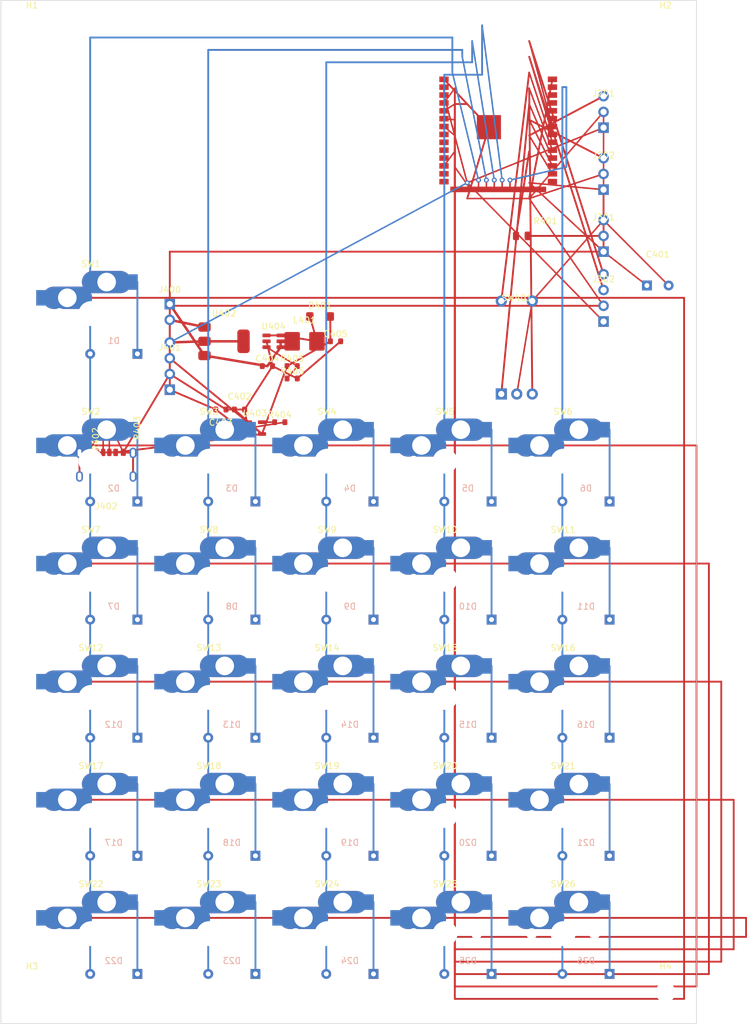
<source format=kicad_pcb>
(kicad_pcb (version 20241229) (generator "pcbnew") (generator_version "9.0")
  (layers (0 "F.Cu" signal) (31 "B.Cu" signal) (34 "B.Paste" user) (35 "F.Paste" user) (36 "B.SilkS" user "B.Silkscreen") (37 "F.SilkS" user "F.Silkscreen") (38 "B.Mask" user) (39 "F.Mask" user) (44 "Edge.Cuts" user))
  (net 0 "")
  (net 1 "ROW0")
  (net 2 "ROW1")
  (net 3 "ROW2")
  (net 4 "ROW3")
  (net 5 "ROW4")
  (net 6 "ROW5")
  (net 7 "COL0")
  (net 8 "COL1")
  (net 9 "COL2")
  (net 10 "COL3")
  (net 11 "COL4")
  (net 12 "LED_DATA")
  (net 13 "LED_DIN")
  (net 14 "IR_TX")
  (net 15 "IR_RX")
  (net 16 "LCD_SDA")
  (net 17 "LCD_SCL")
  (net 18 "ENC_A")
  (net 19 "ENC_B")
  (net 20 "ENC_SW")
  (net 21 "3V3")
  (net 22 "5V")
  (net 23 "GND")
  (net 24 "K1")
  (net 25 "K2")
  (net 26 "K3")
  (net 27 "K4")
  (net 28 "K5")
  (net 29 "K6")
  (net 30 "K7")
  (net 31 "K8")
  (net 32 "K9")
  (net 33 "K10")
  (net 34 "K11")
  (net 35 "K12")
  (net 36 "K13")
  (net 37 "K14")
  (net 38 "K15")
  (net 39 "K16")
  (net 40 "K17")
  (net 41 "K18")
  (net 42 "K19")
  (net 43 "K20")
  (net 44 "K21")
  (net 45 "K22")
  (net 46 "K23")
  (net 47 "K24")
  (net 48 "K25")
  (net 49 "K26")
  (net 50 "BAT+")
  (net 51 "USB_CC1")
  (net 52 "USB_CC2")
  (net 53 "CHG_PROG")
  (net 54 "BOOST_SW")
  (net 55 "BOOST_FB")
  (gr_rect (start -5.000 -41.000) (end 107.250 124.063) (stroke (width 0.1)) (fill none) (layer "Edge.Cuts"))
  (footprint "Kailh_Hotswap_MX_1U_Custom" (layer "F.Cu") (at 9.525 9.525 0.000)
    (property "Reference" "SW1")
    (property "Value" "SW_Push")
  )
  (footprint "D_DO35_Custom" (layer "B.Cu") (at 17.025 16.025 180)
    (property "Reference" "D1")
    (property "Value" "D")
  )
  (footprint "Kailh_Hotswap_MX_1U_Custom" (layer "F.Cu") (at 9.525 33.337 0.000)
    (property "Reference" "SW2")
    (property "Value" "SW_Push")
  )
  (footprint "D_DO35_Custom" (layer "B.Cu") (at 17.025 39.837 180)
    (property "Reference" "D2")
    (property "Value" "D")
  )
  (footprint "Kailh_Hotswap_MX_1U_Custom" (layer "F.Cu") (at 28.575 33.337 0.000)
    (property "Reference" "SW3")
    (property "Value" "SW_Push")
  )
  (footprint "D_DO35_Custom" (layer "B.Cu") (at 36.075 39.837 180)
    (property "Reference" "D3")
    (property "Value" "D")
  )
  (footprint "Kailh_Hotswap_MX_1U_Custom" (layer "F.Cu") (at 47.625 33.337 0.000)
    (property "Reference" "SW4")
    (property "Value" "SW_Push")
  )
  (footprint "D_DO35_Custom" (layer "B.Cu") (at 55.125 39.837 180)
    (property "Reference" "D4")
    (property "Value" "D")
  )
  (footprint "Kailh_Hotswap_MX_1U_Custom" (layer "F.Cu") (at 66.675 33.337 0.000)
    (property "Reference" "SW5")
    (property "Value" "SW_Push")
  )
  (footprint "D_DO35_Custom" (layer "B.Cu") (at 74.175 39.837 180)
    (property "Reference" "D5")
    (property "Value" "D")
  )
  (footprint "Kailh_Hotswap_MX_1U_Custom" (layer "F.Cu") (at 85.725 33.337 0.000)
    (property "Reference" "SW6")
    (property "Value" "SW_Push")
  )
  (footprint "D_DO35_Custom" (layer "B.Cu") (at 93.225 39.837 180)
    (property "Reference" "D6")
    (property "Value" "D")
  )
  (footprint "Kailh_Hotswap_MX_1U_Custom" (layer "F.Cu") (at 9.525 52.388 0.000)
    (property "Reference" "SW7")
    (property "Value" "SW_Push")
  )
  (footprint "D_DO35_Custom" (layer "B.Cu") (at 17.025 58.888 180)
    (property "Reference" "D7")
    (property "Value" "D")
  )
  (footprint "Kailh_Hotswap_MX_1U_Custom" (layer "F.Cu") (at 28.575 52.388 0.000)
    (property "Reference" "SW8")
    (property "Value" "SW_Push")
  )
  (footprint "D_DO35_Custom" (layer "B.Cu") (at 36.075 58.888 180)
    (property "Reference" "D8")
    (property "Value" "D")
  )
  (footprint "Kailh_Hotswap_MX_1U_Custom" (layer "F.Cu") (at 47.625 52.388 0.000)
    (property "Reference" "SW9")
    (property "Value" "SW_Push")
  )
  (footprint "D_DO35_Custom" (layer "B.Cu") (at 55.125 58.888 180)
    (property "Reference" "D9")
    (property "Value" "D")
  )
  (footprint "Kailh_Hotswap_MX_1U_Custom" (layer "F.Cu") (at 66.675 52.388 0.000)
    (property "Reference" "SW10")
    (property "Value" "SW_Push")
  )
  (footprint "D_DO35_Custom" (layer "B.Cu") (at 74.175 58.888 180)
    (property "Reference" "D10")
    (property "Value" "D")
  )
  (footprint "Kailh_Hotswap_MX_1U_Custom" (layer "F.Cu") (at 85.725 52.388 0.000)
    (property "Reference" "SW11")
    (property "Value" "SW_Push")
  )
  (footprint "D_DO35_Custom" (layer "B.Cu") (at 93.225 58.888 180)
    (property "Reference" "D11")
    (property "Value" "D")
  )
  (footprint "Kailh_Hotswap_MX_1U_Custom" (layer "F.Cu") (at 9.525 71.438 0.000)
    (property "Reference" "SW12")
    (property "Value" "SW_Push")
  )
  (footprint "D_DO35_Custom" (layer "B.Cu") (at 17.025 77.938 180)
    (property "Reference" "D12")
    (property "Value" "D")
  )
  (footprint "Kailh_Hotswap_MX_1U_Custom" (layer "F.Cu") (at 28.575 71.438 0.000)
    (property "Reference" "SW13")
    (property "Value" "SW_Push")
  )
  (footprint "D_DO35_Custom" (layer "B.Cu") (at 36.075 77.938 180)
    (property "Reference" "D13")
    (property "Value" "D")
  )
  (footprint "Kailh_Hotswap_MX_1U_Custom" (layer "F.Cu") (at 47.625 71.438 0.000)
    (property "Reference" "SW14")
    (property "Value" "SW_Push")
  )
  (footprint "D_DO35_Custom" (layer "B.Cu") (at 55.125 77.938 180)
    (property "Reference" "D14")
    (property "Value" "D")
  )
  (footprint "Kailh_Hotswap_MX_1U_Custom" (layer "F.Cu") (at 66.675 71.438 0.000)
    (property "Reference" "SW15")
    (property "Value" "SW_Push")
  )
  (footprint "D_DO35_Custom" (layer "B.Cu") (at 74.175 77.938 180)
    (property "Reference" "D15")
    (property "Value" "D")
  )
  (footprint "Kailh_Hotswap_MX_1U_Custom" (layer "F.Cu") (at 85.725 71.438 0.000)
    (property "Reference" "SW16")
    (property "Value" "SW_Push")
  )
  (footprint "D_DO35_Custom" (layer "B.Cu") (at 93.225 77.938 180)
    (property "Reference" "D16")
    (property "Value" "D")
  )
  (footprint "Kailh_Hotswap_MX_1U_Custom" (layer "F.Cu") (at 9.525 90.487 0.000)
    (property "Reference" "SW17")
    (property "Value" "SW_Push")
  )
  (footprint "D_DO35_Custom" (layer "B.Cu") (at 17.025 96.987 180)
    (property "Reference" "D17")
    (property "Value" "D")
  )
  (footprint "Kailh_Hotswap_MX_1U_Custom" (layer "F.Cu") (at 28.575 90.487 0.000)
    (property "Reference" "SW18")
    (property "Value" "SW_Push")
  )
  (footprint "D_DO35_Custom" (layer "B.Cu") (at 36.075 96.987 180)
    (property "Reference" "D18")
    (property "Value" "D")
  )
  (footprint "Kailh_Hotswap_MX_1U_Custom" (layer "F.Cu") (at 47.625 90.487 0.000)
    (property "Reference" "SW19")
    (property "Value" "SW_Push")
  )
  (footprint "D_DO35_Custom" (layer "B.Cu") (at 55.125 96.987 180)
    (property "Reference" "D19")
    (property "Value" "D")
  )
  (footprint "Kailh_Hotswap_MX_1U_Custom" (layer "F.Cu") (at 66.675 90.487 0.000)
    (property "Reference" "SW20")
    (property "Value" "SW_Push")
  )
  (footprint "D_DO35_Custom" (layer "B.Cu") (at 74.175 96.987 180)
    (property "Reference" "D20")
    (property "Value" "D")
  )
  (footprint "Kailh_Hotswap_MX_1U_Custom" (layer "F.Cu") (at 85.725 90.487 0.000)
    (property "Reference" "SW21")
    (property "Value" "SW_Push")
  )
  (footprint "D_DO35_Custom" (layer "B.Cu") (at 93.225 96.987 180)
    (property "Reference" "D21")
    (property "Value" "D")
  )
  (footprint "Kailh_Hotswap_MX_1U_Custom" (layer "F.Cu") (at 9.525 109.538 0.000)
    (property "Reference" "SW22")
    (property "Value" "SW_Push")
  )
  (footprint "D_DO35_Custom" (layer "B.Cu") (at 17.025 116.038 180)
    (property "Reference" "D22")
    (property "Value" "D")
  )
  (footprint "Kailh_Hotswap_MX_1U_Custom" (layer "F.Cu") (at 28.575 109.538 0.000)
    (property "Reference" "SW23")
    (property "Value" "SW_Push")
  )
  (footprint "D_DO35_Custom" (layer "B.Cu") (at 36.075 116.038 180)
    (property "Reference" "D23")
    (property "Value" "D")
  )
  (footprint "Kailh_Hotswap_MX_1U_Custom" (layer "F.Cu") (at 47.625 109.538 0.000)
    (property "Reference" "SW24")
    (property "Value" "SW_Push")
  )
  (footprint "D_DO35_Custom" (layer "B.Cu") (at 55.125 116.038 180)
    (property "Reference" "D24")
    (property "Value" "D")
  )
  (footprint "Kailh_Hotswap_MX_1U_Custom" (layer "F.Cu") (at 66.675 109.538 0.000)
    (property "Reference" "SW25")
    (property "Value" "SW_Push")
  )
  (footprint "D_DO35_Custom" (layer "B.Cu") (at 74.175 116.038 180)
    (property "Reference" "D25")
    (property "Value" "D")
  )
  (footprint "Kailh_Hotswap_MX_1U_Custom" (layer "F.Cu") (at 85.725 109.538 0.000)
    (property "Reference" "SW26")
    (property "Value" "SW_Push")
  )
  (footprint "D_DO35_Custom" (layer "B.Cu") (at 93.225 116.038 180)
    (property "Reference" "D26")
    (property "Value" "D")
  )
  (footprint "ESP32-S3-WROOM-1_LOCAL" (layer "F.Cu") (at 75.250 -23.000)
    (property "Reference" "U901")
    (property "Value" "ESP32-S3-WROOM-1-N8R8")
  )
  (footprint "GEN_PinHeader_1x3_P2.54" (layer "F.Cu") (at 92.250 -23.000)
    (property "Reference" "J201")
    (property "Value" "IR_RX")
  )
  (footprint "GEN_PinHeader_1x3_P2.54" (layer "F.Cu") (at 92.250 -13.000)
    (property "Reference" "J202")
    (property "Value" "IR_TX")
  )
  (footprint "GEN_PinHeader_1x3_P2.54" (layer "F.Cu") (at 92.250 -3.000)
    (property "Reference" "J301")
    (property "Value" "LED_CHAIN")
  )
  (footprint "GEN_PinHeader_1x4_P2.54" (layer "F.Cu") (at 92.250 7.000)
    (property "Reference" "J302")
    (property "Value" "LCD_I2C")
  )
  (footprint "GEN_PinHeader_1x2_P2.54" (layer "F.Cu") (at 22.250 8.000)
    (property "Reference" "J400")
    (property "Value" "BATTERY_LIPO")
  )
  (footprint "GEN_PinHeader_1x4_P2.54" (layer "F.Cu") (at 22.250 18.000)
    (property "Reference" "J401")
    (property "Value" "BAT_CHG_BOOST")
  )
  (footprint "SOT-223-3_TabPin2_LOCAL" (layer "F.Cu") (at 31.000 14.000)
    (property "Reference" "U402")
    (property "Value" "AMS1117-3.3")
  )
  (footprint "USB_C_Receptacle_GCT_USB4125_6P_LOCAL" (layer "F.Cu") (at 12.000 35.000)
    (property "Reference" "J402")
    (property "Value" "USB_C_CHG_IN")
  )
  (footprint "SOT-23-5_LOCAL" (layer "F.Cu") (at 36.000 28.000)
    (property "Reference" "U403")
    (property "Value" "MCP73831")
  )
  (footprint "R_0603_1608Metric_LOCAL" (layer "F.Cu") (at 11.500 28.000 90)
    (property "Reference" "R402")
    (property "Value" "5.1k")
  )
  (footprint "R_0603_1608Metric_LOCAL" (layer "F.Cu") (at 12.500 28.000 90)
    (property "Reference" "R403")
    (property "Value" "5.1k")
  )
  (footprint "R_0603_1608Metric_LOCAL" (layer "F.Cu") (at 40.000 27.050)
    (property "Reference" "R404")
    (property "Value" "2k")
  )
  (footprint "C_0603_1608Metric_LOCAL" (layer "F.Cu") (at 33.500 25.000)
    (property "Reference" "C402")
    (property "Value" "1uF")
  )
  (footprint "C_0603_1608Metric_LOCAL" (layer "F.Cu") (at 30.500 25.000)
    (property "Reference" "C403")
    (property "Value" "4.7uF")
  )
  (footprint "SOT-23-6_LOCAL" (layer "F.Cu") (at 39.000 14.000)
    (property "Reference" "U404")
    (property "Value" "MT3608")
  )
  (footprint "L_Boost_5x5_LOCAL" (layer "F.Cu") (at 44.000 14.000)
    (property "Reference" "L401")
    (property "Value" "4.7uH")
  )
  (footprint "D_SOD123_LOCAL" (layer "F.Cu") (at 46.500 10.000)
    (property "Reference" "D401")
    (property "Value" "SS14")
  )
  (footprint "R_0603_1608Metric_LOCAL" (layer "F.Cu") (at 42.000 18.000)
    (property "Reference" "R405")
    (property "Value" "100k")
  )
  (footprint "R_0603_1608Metric_LOCAL" (layer "F.Cu") (at 42.000 20.000)
    (property "Reference" "R406")
    (property "Value" "22k")
  )
  (footprint "C_0603_1608Metric_LOCAL" (layer "F.Cu") (at 38.000 18.000)
    (property "Reference" "C404")
    (property "Value" "10uF")
  )
  (footprint "C_0603_1608Metric_LOCAL" (layer "F.Cu") (at 49.000 14.000)
    (property "Reference" "C405")
    (property "Value" "10uF")
  )
  (footprint "R_0805_2012Metric_LOCAL" (layer "F.Cu") (at 79.060 -3.000)
    (property "Reference" "R401")
    (property "Value" "330R")
  )
  (footprint "GEN_CP_Radial_D8_P3.5" (layer "F.Cu") (at 99.250 5.000)
    (property "Reference" "C401")
    (property "Value" "470uF")
  )
  (footprint "GEN_RotaryEncoder_EC11_Switch" (layer "F.Cu") (at 78.250 15.000)
    (property "Reference" "SW401")
    (property "Value" "RotaryEncoder_Switch")
  )
  (footprint "GEN_MountingHole_3.2mm_M3" (layer "F.Cu") (at 0.000 -36.000)
    (property "Reference" "H1")
    (property "Value" "MountingHole")
  )
  (footprint "GEN_MountingHole_3.2mm_M3" (layer "F.Cu") (at 102.250 -36.000)
    (property "Reference" "H2")
    (property "Value" "MountingHole")
  )
  (footprint "GEN_MountingHole_3.2mm_M3" (layer "F.Cu") (at 0.000 119.000)
    (property "Reference" "H3")
    (property "Value" "MountingHole")
  )
  (footprint "GEN_MountingHole_3.2mm_M3" (layer "F.Cu") (at 102.250 119.000)
    (property "Reference" "H4")
    (property "Value" "MountingHole")
  )
  (segment (start 12.065 4.445) (end 17.025 4.445) (width 0.300) (layer "B.Cu") (net 24))
  (segment (start 17.025 4.445) (end 17.025 16.025) (width 0.300) (layer "B.Cu") (net 24))
  (segment (start 12.065 28.258) (end 17.025 28.258) (width 0.300) (layer "B.Cu") (net 25))
  (segment (start 17.025 28.258) (end 17.025 39.837) (width 0.300) (layer "B.Cu") (net 25))
  (segment (start 31.115 28.258) (end 36.075 28.258) (width 0.300) (layer "B.Cu") (net 26))
  (segment (start 36.075 28.258) (end 36.075 39.837) (width 0.300) (layer "B.Cu") (net 26))
  (segment (start 50.165 28.258) (end 55.125 28.258) (width 0.300) (layer "B.Cu") (net 27))
  (segment (start 55.125 28.258) (end 55.125 39.837) (width 0.300) (layer "B.Cu") (net 27))
  (segment (start 69.215 28.258) (end 74.175 28.258) (width 0.300) (layer "B.Cu") (net 28))
  (segment (start 74.175 28.258) (end 74.175 39.837) (width 0.300) (layer "B.Cu") (net 28))
  (segment (start 88.265 28.258) (end 93.225 28.258) (width 0.300) (layer "B.Cu") (net 29))
  (segment (start 93.225 28.258) (end 93.225 39.837) (width 0.300) (layer "B.Cu") (net 29))
  (segment (start 12.065 47.308) (end 17.025 47.308) (width 0.300) (layer "B.Cu") (net 30))
  (segment (start 17.025 47.308) (end 17.025 58.888) (width 0.300) (layer "B.Cu") (net 30))
  (segment (start 31.115 47.308) (end 36.075 47.308) (width 0.300) (layer "B.Cu") (net 31))
  (segment (start 36.075 47.308) (end 36.075 58.888) (width 0.300) (layer "B.Cu") (net 31))
  (segment (start 50.165 47.308) (end 55.125 47.308) (width 0.300) (layer "B.Cu") (net 32))
  (segment (start 55.125 47.308) (end 55.125 58.888) (width 0.300) (layer "B.Cu") (net 32))
  (segment (start 69.215 47.308) (end 74.175 47.308) (width 0.300) (layer "B.Cu") (net 33))
  (segment (start 74.175 47.308) (end 74.175 58.888) (width 0.300) (layer "B.Cu") (net 33))
  (segment (start 88.265 47.308) (end 93.225 47.308) (width 0.300) (layer "B.Cu") (net 34))
  (segment (start 93.225 47.308) (end 93.225 58.888) (width 0.300) (layer "B.Cu") (net 34))
  (segment (start 12.065 66.358) (end 17.025 66.358) (width 0.300) (layer "B.Cu") (net 35))
  (segment (start 17.025 66.358) (end 17.025 77.938) (width 0.300) (layer "B.Cu") (net 35))
  (segment (start 31.115 66.358) (end 36.075 66.358) (width 0.300) (layer "B.Cu") (net 36))
  (segment (start 36.075 66.358) (end 36.075 77.938) (width 0.300) (layer "B.Cu") (net 36))
  (segment (start 50.165 66.358) (end 55.125 66.358) (width 0.300) (layer "B.Cu") (net 37))
  (segment (start 55.125 66.358) (end 55.125 77.938) (width 0.300) (layer "B.Cu") (net 37))
  (segment (start 69.215 66.358) (end 74.175 66.358) (width 0.300) (layer "B.Cu") (net 38))
  (segment (start 74.175 66.358) (end 74.175 77.938) (width 0.300) (layer "B.Cu") (net 38))
  (segment (start 88.265 66.358) (end 93.225 66.358) (width 0.300) (layer "B.Cu") (net 39))
  (segment (start 93.225 66.358) (end 93.225 77.938) (width 0.300) (layer "B.Cu") (net 39))
  (segment (start 12.065 85.407) (end 17.025 85.407) (width 0.300) (layer "B.Cu") (net 40))
  (segment (start 17.025 85.407) (end 17.025 96.987) (width 0.300) (layer "B.Cu") (net 40))
  (segment (start 31.115 85.407) (end 36.075 85.407) (width 0.300) (layer "B.Cu") (net 41))
  (segment (start 36.075 85.407) (end 36.075 96.987) (width 0.300) (layer "B.Cu") (net 41))
  (segment (start 50.165 85.407) (end 55.125 85.407) (width 0.300) (layer "B.Cu") (net 42))
  (segment (start 55.125 85.407) (end 55.125 96.987) (width 0.300) (layer "B.Cu") (net 42))
  (segment (start 69.215 85.407) (end 74.175 85.407) (width 0.300) (layer "B.Cu") (net 43))
  (segment (start 74.175 85.407) (end 74.175 96.987) (width 0.300) (layer "B.Cu") (net 43))
  (segment (start 88.265 85.407) (end 93.225 85.407) (width 0.300) (layer "B.Cu") (net 44))
  (segment (start 93.225 85.407) (end 93.225 96.987) (width 0.300) (layer "B.Cu") (net 44))
  (segment (start 12.065 104.458) (end 17.025 104.458) (width 0.300) (layer "B.Cu") (net 45))
  (segment (start 17.025 104.458) (end 17.025 116.038) (width 0.300) (layer "B.Cu") (net 45))
  (segment (start 31.115 104.458) (end 36.075 104.458) (width 0.300) (layer "B.Cu") (net 46))
  (segment (start 36.075 104.458) (end 36.075 116.038) (width 0.300) (layer "B.Cu") (net 46))
  (segment (start 50.165 104.458) (end 55.125 104.458) (width 0.300) (layer "B.Cu") (net 47))
  (segment (start 55.125 104.458) (end 55.125 116.038) (width 0.300) (layer "B.Cu") (net 47))
  (segment (start 69.215 104.458) (end 74.175 104.458) (width 0.300) (layer "B.Cu") (net 48))
  (segment (start 74.175 104.458) (end 74.175 116.038) (width 0.300) (layer "B.Cu") (net 48))
  (segment (start 88.265 104.458) (end 93.225 104.458) (width 0.300) (layer "B.Cu") (net 49))
  (segment (start 93.225 104.458) (end 93.225 116.038) (width 0.300) (layer "B.Cu") (net 49))
  (segment (start 5.715 6.985) (end 105.250 6.985) (width 0.300) (layer "F.Cu") (net 1))
  (segment (start 105.250 6.985) (end 105.250 120.063) (width 0.300) (layer "F.Cu") (net 1))
  (segment (start 105.250 120.063) (end 68.250 120.063) (width 0.300) (layer "F.Cu") (net 1))
  (segment (start 68.250 120.063) (end 68.250 -26.810) (width 0.300) (layer "F.Cu") (net 1))
  (segment (start 5.715 30.797) (end 24.765 30.797) (width 0.300) (layer "F.Cu") (net 2))
  (segment (start 24.765 30.797) (end 43.815 30.797) (width 0.300) (layer "F.Cu") (net 2))
  (segment (start 43.815 30.797) (end 62.865 30.797) (width 0.300) (layer "F.Cu") (net 2))
  (segment (start 62.865 30.797) (end 81.915 30.797) (width 0.300) (layer "F.Cu") (net 2))
  (segment (start 81.915 30.797) (end 107.250 30.797) (width 0.300) (layer "F.Cu") (net 2))
  (segment (start 107.250 30.797) (end 107.250 118.063) (width 0.300) (layer "F.Cu") (net 2))
  (segment (start 107.250 118.063) (end 68.250 118.063) (width 0.300) (layer "F.Cu") (net 2))
  (segment (start 68.250 118.063) (end 68.250 -24.270) (width 0.300) (layer "F.Cu") (net 2))
  (segment (start 68.250 -24.270) (end 70.250 -24.270) (width 0.300) (layer "F.Cu") (net 2))
  (segment (start 5.715 49.848) (end 24.765 49.848) (width 0.300) (layer "F.Cu") (net 3))
  (segment (start 24.765 49.848) (end 43.815 49.848) (width 0.300) (layer "F.Cu") (net 3))
  (segment (start 43.815 49.848) (end 62.865 49.848) (width 0.300) (layer "F.Cu") (net 3))
  (segment (start 62.865 49.848) (end 81.915 49.848) (width 0.300) (layer "F.Cu") (net 3))
  (segment (start 81.915 49.848) (end 109.250 49.848) (width 0.300) (layer "F.Cu") (net 3))
  (segment (start 109.250 49.848) (end 109.250 116.063) (width 0.300) (layer "F.Cu") (net 3))
  (segment (start 109.250 116.063) (end 68.250 116.063) (width 0.300) (layer "F.Cu") (net 3))
  (segment (start 68.250 116.063) (end 68.250 -21.730) (width 0.300) (layer "F.Cu") (net 3))
  (segment (start 5.715 68.897) (end 24.765 68.897) (width 0.300) (layer "F.Cu") (net 4))
  (segment (start 24.765 68.897) (end 43.815 68.897) (width 0.300) (layer "F.Cu") (net 4))
  (segment (start 43.815 68.897) (end 62.865 68.897) (width 0.300) (layer "F.Cu") (net 4))
  (segment (start 62.865 68.897) (end 81.915 68.897) (width 0.300) (layer "F.Cu") (net 4))
  (segment (start 81.915 68.897) (end 111.250 68.897) (width 0.300) (layer "F.Cu") (net 4))
  (segment (start 111.250 68.897) (end 111.250 114.063) (width 0.300) (layer "F.Cu") (net 4))
  (segment (start 111.250 114.063) (end 68.250 114.063) (width 0.300) (layer "F.Cu") (net 4))
  (segment (start 68.250 114.063) (end 68.250 -19.190) (width 0.300) (layer "F.Cu") (net 4))
  (segment (start 5.715 87.947) (end 24.765 87.947) (width 0.300) (layer "F.Cu") (net 5))
  (segment (start 24.765 87.947) (end 43.815 87.947) (width 0.300) (layer "F.Cu") (net 5))
  (segment (start 43.815 87.947) (end 62.865 87.947) (width 0.300) (layer "F.Cu") (net 5))
  (segment (start 62.865 87.947) (end 81.915 87.947) (width 0.300) (layer "F.Cu") (net 5))
  (segment (start 81.915 87.947) (end 113.250 87.947) (width 0.300) (layer "F.Cu") (net 5))
  (segment (start 113.250 87.947) (end 113.250 112.063) (width 0.300) (layer "F.Cu") (net 5))
  (segment (start 113.250 112.063) (end 68.250 112.063) (width 0.300) (layer "F.Cu") (net 5))
  (segment (start 68.250 112.063) (end 68.250 -16.650) (width 0.300) (layer "F.Cu") (net 5))
  (segment (start 5.715 106.998) (end 24.765 106.998) (width 0.300) (layer "F.Cu") (net 6))
  (segment (start 24.765 106.998) (end 43.815 106.998) (width 0.300) (layer "F.Cu") (net 6))
  (segment (start 43.815 106.998) (end 62.865 106.998) (width 0.300) (layer "F.Cu") (net 6))
  (segment (start 62.865 106.998) (end 81.915 106.998) (width 0.300) (layer "F.Cu") (net 6))
  (segment (start 81.915 106.998) (end 115.250 106.998) (width 0.300) (layer "F.Cu") (net 6))
  (segment (start 115.250 106.998) (end 115.250 110.063) (width 0.300) (layer "F.Cu") (net 6))
  (segment (start 115.250 110.063) (end 68.250 110.063) (width 0.300) (layer "F.Cu") (net 6))
  (segment (start 68.250 110.063) (end 68.250 -14.110) (width 0.300) (layer "F.Cu") (net 6))
  (segment (start 9.405 16.025) (end 9.405 39.837) (width 0.300) (layer "B.Cu") (net 7))
  (segment (start 9.405 39.837) (end 9.405 58.888) (width 0.300) (layer "B.Cu") (net 7))
  (segment (start 9.405 58.888) (end 9.405 77.938) (width 0.300) (layer "B.Cu") (net 7))
  (segment (start 9.405 77.938) (end 9.405 96.987) (width 0.300) (layer "B.Cu") (net 7))
  (segment (start 9.405 96.987) (end 9.405 116.038) (width 0.300) (layer "B.Cu") (net 7))
  (segment (start 9.405 16.025) (end 9.405 -35.000) (width 0.300) (layer "B.Cu") (net 7))
  (segment (start 9.405 -35.000) (end 67.850 -35.000) (width 0.300) (layer "B.Cu") (net 7))
  (segment (start 67.850 -35.000) (end 67.850 -29.350) (width 0.300) (layer "B.Cu") (net 7))
  (segment (start 28.455 39.837) (end 28.455 58.888) (width 0.300) (layer "B.Cu") (net 8))
  (segment (start 28.455 58.888) (end 28.455 77.938) (width 0.300) (layer "B.Cu") (net 8))
  (segment (start 28.455 77.938) (end 28.455 96.987) (width 0.300) (layer "B.Cu") (net 8))
  (segment (start 28.455 96.987) (end 28.455 116.038) (width 0.300) (layer "B.Cu") (net 8))
  (segment (start 28.455 39.837) (end 28.455 -33.000) (width 0.300) (layer "B.Cu") (net 8))
  (segment (start 28.455 -33.000) (end 69.450 -33.000) (width 0.300) (layer "B.Cu") (net 8))
  (segment (start 69.450 -33.000) (end 69.450 -31.890) (width 0.300) (layer "B.Cu") (net 8))
  (segment (start 47.505 39.837) (end 47.505 58.888) (width 0.300) (layer "B.Cu") (net 9))
  (segment (start 47.505 58.888) (end 47.505 77.938) (width 0.300) (layer "B.Cu") (net 9))
  (segment (start 47.505 77.938) (end 47.505 96.987) (width 0.300) (layer "B.Cu") (net 9))
  (segment (start 47.505 96.987) (end 47.505 116.038) (width 0.300) (layer "B.Cu") (net 9))
  (segment (start 47.505 39.837) (end 47.505 -31.000) (width 0.300) (layer "B.Cu") (net 9))
  (segment (start 47.505 -31.000) (end 71.050 -31.000) (width 0.300) (layer "B.Cu") (net 9))
  (segment (start 71.050 -31.000) (end 71.050 -34.430) (width 0.300) (layer "B.Cu") (net 9))
  (segment (start 66.555 39.837) (end 66.555 58.888) (width 0.300) (layer "B.Cu") (net 10))
  (segment (start 66.555 58.888) (end 66.555 77.938) (width 0.300) (layer "B.Cu") (net 10))
  (segment (start 66.555 77.938) (end 66.555 96.987) (width 0.300) (layer "B.Cu") (net 10))
  (segment (start 66.555 96.987) (end 66.555 116.038) (width 0.300) (layer "B.Cu") (net 10))
  (segment (start 66.555 39.837) (end 66.555 -29.000) (width 0.300) (layer "B.Cu") (net 10))
  (segment (start 66.555 -29.000) (end 72.650 -29.000) (width 0.300) (layer "B.Cu") (net 10))
  (segment (start 72.650 -29.000) (end 72.650 -36.970) (width 0.300) (layer "B.Cu") (net 10))
  (segment (start 85.605 39.837) (end 85.605 58.888) (width 0.300) (layer "B.Cu") (net 11))
  (segment (start 85.605 58.888) (end 85.605 77.938) (width 0.300) (layer "B.Cu") (net 11))
  (segment (start 85.605 77.938) (end 85.605 96.987) (width 0.300) (layer "B.Cu") (net 11))
  (segment (start 85.605 96.987) (end 85.605 116.038) (width 0.300) (layer "B.Cu") (net 11))
  (segment (start 85.605 39.837) (end 85.605 -27.000) (width 0.300) (layer "B.Cu") (net 11))
  (segment (start 85.605 -27.000) (end 86.250 -27.000) (width 0.300) (layer "B.Cu") (net 11))
  (segment (start 86.250 -27.000) (end 86.250 -14.110) (width 0.300) (layer "B.Cu") (net 11))
  (segment (start 70.250 -11.570) (end 92.250 -20.460) (width 0.250) (layer "F.Cu") (net 21))
  (segment (start 70.250 -9.030) (end 80.250 -9.030) (width 0.250) (layer "F.Cu") (net 23))
  (segment (start 80.250 -11.570) (end 92.250 -0.460) (width 0.250) (layer "F.Cu") (net 22))
  (segment (start 80.250 -9.030) (end 92.250 -23.000) (width 0.250) (layer "F.Cu") (net 23))
  (segment (start 92.250 -23.000) (end 92.250 -5.540) (width 0.250) (layer "F.Cu") (net 23))
  (segment (start 80.250 -11.570) (end 92.250 -10.460) (width 0.250) (layer "F.Cu") (net 22))
  (segment (start 80.250 -9.030) (end 92.250 -13.000) (width 0.250) (layer "F.Cu") (net 23))
  (segment (start 70.250 -11.570) (end 92.250 10.810) (width 0.250) (layer "F.Cu") (net 21))
  (segment (start 80.250 -9.030) (end 92.250 8.270) (width 0.250) (layer "F.Cu") (net 23))
  (segment (start 80.250 -19.190) (end 92.250 -25.540) (width 0.300) (layer "F.Cu") (net 15))
  (segment (start 80.250 -21.730) (end 92.250 -15.540) (width 0.300) (layer "F.Cu") (net 14))
  (segment (start 80.250 -31.890) (end 92.250 5.730) (width 0.300) (layer "F.Cu") (net 16))
  (segment (start 80.250 -34.430) (end 92.250 3.190) (width 0.300) (layer "F.Cu") (net 17))
  (segment (start 80.250 -16.650) (end 78.1225 -3.000) (width 0.300) (layer "F.Cu") (net 12))
  (segment (start 79.9975 -3.000) (end 92.250 -3.000) (width 0.300) (layer "F.Cu") (net 13))
  (segment (start 92.250 -0.460) (end 99.250 5.000) (width 0.250) (layer "F.Cu") (net 22))
  (segment (start 92.250 -5.540) (end 102.750 5.000) (width 0.250) (layer "F.Cu") (net 23))
  (segment (start 80.250 -24.270) (end 75.750 22.500) (width 0.300) (layer "F.Cu") (net 18))
  (segment (start 80.250 -26.810) (end 80.750 22.500) (width 0.300) (layer "F.Cu") (net 19))
  (segment (start 80.250 -29.350) (end 75.750 7.500) (width 0.300) (layer "F.Cu") (net 20))
  (segment (start 78.250 22.500) (end 80.750 7.500) (width 0.250) (layer "F.Cu") (net 23))
  (segment (start 80.750 7.500) (end 92.250 -5.540) (width 0.250) (layer "F.Cu") (net 23))
  (segment (start 22.250 8.000) (end 22.250 21.810) (width 0.300) (layer "F.Cu") (net 50))
  (segment (start 22.250 10.540) (end 22.250 19.270) (width 0.300) (layer "F.Cu") (net 23))
  (segment (start 22.250 19.270) (end 22.250 8.270) (width 0.300) (layer "F.Cu") (net 23))
  (segment (start 22.250 8.270) (end 92.250 8.270) (width 0.300) (layer "F.Cu") (net 23))
  (segment (start 22.250 16.730) (end 22.250 -0.460) (width 0.300) (layer "F.Cu") (net 22))
  (segment (start 22.250 -0.460) (end 92.250 -0.460) (width 0.300) (layer "F.Cu") (net 22))
  (segment (start 92.250 -0.460) (end 92.250 -10.460) (width 0.300) (layer "F.Cu") (net 22))
  (segment (start 66.500 -24.450) (end 68.250 -26.810) (width 0.250) (layer "F.Cu") (net 1))
  (segment (start 66.500 -23.180) (end 68.250 -24.270) (width 0.250) (layer "F.Cu") (net 2))
  (segment (start 66.500 -21.910) (end 68.250 -21.730) (width 0.250) (layer "F.Cu") (net 3))
  (segment (start 66.500 -20.640) (end 68.250 -19.190) (width 0.250) (layer "F.Cu") (net 4))
  (segment (start 66.500 -14.290) (end 68.250 -16.650) (width 0.250) (layer "F.Cu") (net 5))
  (segment (start 70.805 -10.500) (end 68.250 -14.110) (width 0.250) (layer "F.Cu") (net 6))
  (segment (start 72.075 -10.500) (end 72.075 -12.000) (width 0.250) (layer "F.Cu") (net 7))
  (via (at 72.075 -12.000) (size 0.800) (drill 0.400) (layers "F.Cu" "B.Cu") (net 7))
  (segment (start 72.075 -12.000) (end 67.850 -29.350) (width 0.250) (layer "B.Cu") (net 7))
  (segment (start 73.345 -10.500) (end 73.345 -12.000) (width 0.250) (layer "F.Cu") (net 8))
  (via (at 73.345 -12.000) (size 0.800) (drill 0.400) (layers "F.Cu" "B.Cu") (net 8))
  (segment (start 73.345 -12.000) (end 69.450 -31.890) (width 0.250) (layer "B.Cu") (net 8))
  (segment (start 74.615 -10.500) (end 74.615 -12.000) (width 0.250) (layer "F.Cu") (net 9))
  (via (at 74.615 -12.000) (size 0.800) (drill 0.400) (layers "F.Cu" "B.Cu") (net 9))
  (segment (start 74.615 -12.000) (end 71.050 -34.430) (width 0.250) (layer "B.Cu") (net 9))
  (segment (start 75.885 -10.500) (end 75.885 -12.000) (width 0.250) (layer "F.Cu") (net 10))
  (via (at 75.885 -12.000) (size 0.800) (drill 0.400) (layers "F.Cu" "B.Cu") (net 10))
  (segment (start 75.885 -12.000) (end 72.650 -36.970) (width 0.250) (layer "B.Cu") (net 10))
  (segment (start 77.155 -10.500) (end 77.155 -12.000) (width 0.250) (layer "F.Cu") (net 11))
  (via (at 77.155 -12.000) (size 0.800) (drill 0.400) (layers "F.Cu" "B.Cu") (net 11))
  (segment (start 77.155 -12.000) (end 86.250 -14.110) (width 0.250) (layer "B.Cu") (net 11))
  (segment (start 84.000 -13.020) (end 80.250 -19.190) (width 0.250) (layer "F.Cu") (net 15))
  (segment (start 84.000 -14.290) (end 80.250 -21.730) (width 0.250) (layer "F.Cu") (net 14))
  (segment (start 84.000 -15.560) (end 80.250 -24.270) (width 0.250) (layer "F.Cu") (net 18))
  (segment (start 84.000 -16.830) (end 80.250 -26.810) (width 0.250) (layer "F.Cu") (net 19))
  (segment (start 84.000 -18.100) (end 80.250 -29.350) (width 0.250) (layer "F.Cu") (net 20))
  (segment (start 84.000 -19.370) (end 80.250 -31.890) (width 0.250) (layer "F.Cu") (net 16))
  (segment (start 84.000 -20.640) (end 80.250 -34.430) (width 0.250) (layer "F.Cu") (net 17))
  (segment (start 66.500 -26.990) (end 66.500 -25.720) (width 0.250) (layer "F.Cu") (net 21))
  (segment (start 66.500 -25.720) (end 70.250 -11.570) (width 0.250) (layer "F.Cu") (net 21))
  (via (at 70.250 -11.570) (size 0.800) (drill 0.400) (layers "F.Cu" "B.Cu") (net 21))
  (segment (start 22.250 14.190) (end 70.250 -11.570) (width 0.250) (layer "B.Cu") (net 21))
  (segment (start 73.750 -20.540) (end 70.250 -9.030) (width 0.300) (layer "F.Cu") (net 23))
  (segment (start 66.500 -28.260) (end 73.750 -20.540) (width 0.300) (layer "F.Cu") (net 23))
  (segment (start 84.000 -28.260) (end 80.250 -9.030) (width 0.300) (layer "F.Cu") (net 23))
  (segment (start 22.250 8.000) (end 27.850 16.300) (width 0.400) (layer "F.Cu") (net 50))
  (segment (start 27.850 14.000) (end 34.150 14.000) (width 0.400) (layer "F.Cu") (net 21))
  (segment (start 27.850 14.000) (end 22.250 14.190) (width 0.400) (layer "F.Cu") (net 21))
  (segment (start 27.850 11.700) (end 22.250 10.540) (width 0.400) (layer "F.Cu") (net 23))
  (segment (start 10.480 31.920) (end 13.520 31.920) (width 0.300) (layer "F.Cu") (net 22))
  (segment (start 13.520 31.920) (end 37.1375 28.950) (width 0.300) (layer "F.Cu") (net 22))
  (segment (start 37.1375 28.950) (end 22.250 16.730) (width 0.300) (layer "F.Cu") (net 22))
  (segment (start 37.1375 28.950) (end 32.675 25.000) (width 0.300) (layer "F.Cu") (net 22))
  (segment (start 11.500 31.920) (end 11.500 28.825) (width 0.250) (layer "F.Cu") (net 51))
  (segment (start 12.500 31.920) (end 12.500 28.825) (width 0.250) (layer "F.Cu") (net 52))
  (segment (start 9.250 31.920) (end 14.750 31.920) (width 0.300) (layer "F.Cu") (net 23))
  (segment (start 14.750 31.920) (end 22.250 19.270) (width 0.300) (layer "F.Cu") (net 23))
  (segment (start 7.680 32.000) (end 9.250 31.920) (width 0.300) (layer "F.Cu") (net 23))
  (segment (start 16.320 32.000) (end 14.750 31.920) (width 0.300) (layer "F.Cu") (net 23))
  (segment (start 7.680 35.800) (end 7.680 32.000) (width 0.300) (layer "F.Cu") (net 23))
  (segment (start 16.320 35.800) (end 16.320 32.000) (width 0.300) (layer "F.Cu") (net 23))
  (segment (start 11.500 27.175) (end 9.250 31.920) (width 0.250) (layer "F.Cu") (net 23))
  (segment (start 12.500 27.175) (end 14.750 31.920) (width 0.250) (layer "F.Cu") (net 23))
  (segment (start 34.8625 28.950) (end 29.675 25.000) (width 0.300) (layer "F.Cu") (net 50))
  (segment (start 29.675 25.000) (end 22.250 21.810) (width 0.300) (layer "F.Cu") (net 50))
  (segment (start 34.8625 28.000) (end 34.325 25.000) (width 0.300) (layer "F.Cu") (net 23))
  (segment (start 34.325 25.000) (end 31.325 25.000) (width 0.300) (layer "F.Cu") (net 23))
  (segment (start 31.325 25.000) (end 22.250 19.270) (width 0.300) (layer "F.Cu") (net 23))
  (segment (start 40.825 27.050) (end 34.8625 28.000) (width 0.250) (layer "F.Cu") (net 23))
  (segment (start 37.1375 27.050) (end 39.175 27.050) (width 0.250) (layer "F.Cu") (net 53))
  (segment (start 27.850 16.300) (end 38.000 18.000) (width 0.400) (layer "F.Cu") (net 50))
  (segment (start 38.000 18.000) (end 40.1375 14.950) (width 0.400) (layer "F.Cu") (net 50))
  (segment (start 40.1375 14.950) (end 40.1375 14.000) (width 0.400) (layer "F.Cu") (net 50))
  (segment (start 40.1375 14.000) (end 42.000 14.000) (width 0.400) (layer "F.Cu") (net 50))
  (segment (start 37.8625 13.050) (end 40.1375 13.050) (width 0.300) (layer "F.Cu") (net 54))
  (segment (start 40.1375 13.050) (end 46.000 14.000) (width 0.300) (layer "F.Cu") (net 54))
  (segment (start 46.000 14.000) (end 44.850 10.000) (width 0.300) (layer "F.Cu") (net 54))
  (segment (start 48.150 10.000) (end 48.175 14.000) (width 0.300) (layer "F.Cu") (net 22))
  (segment (start 48.175 14.000) (end 41.175 18.000) (width 0.300) (layer "F.Cu") (net 22))
  (segment (start 41.175 18.000) (end 37.1375 28.950) (width 0.300) (layer "F.Cu") (net 22))
  (segment (start 38.825 18.000) (end 37.8625 14.000) (width 0.300) (layer "F.Cu") (net 23))
  (segment (start 38.825 18.000) (end 42.825 20.000) (width 0.300) (layer "F.Cu") (net 23))
  (segment (start 42.825 20.000) (end 49.825 14.000) (width 0.300) (layer "F.Cu") (net 23))
  (segment (start 38.825 18.000) (end 34.325 25.000) (width 0.300) (layer "F.Cu") (net 23))
  (segment (start 37.8625 14.950) (end 42.825 18.000) (width 0.250) (layer "F.Cu") (net 55))
  (segment (start 42.825 18.000) (end 41.175 20.000) (width 0.250) (layer "F.Cu") (net 55))
)
</source>
